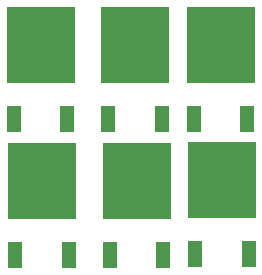
<source format=gbp>
G04*
G04 #@! TF.GenerationSoftware,Altium Limited,Altium Designer,21.7.1 (17)*
G04*
G04 Layer_Color=128*
%FSLAX44Y44*%
%MOMM*%
G71*
G04*
G04 #@! TF.SameCoordinates,2D618FE2-354D-44BD-A4EA-B8E689397128*
G04*
G04*
G04 #@! TF.FilePolarity,Positive*
G04*
G01*
G75*
%ADD52R,1.2000X2.2000*%
%ADD53R,5.8000X6.4000*%
D52*
X222190Y161540D02*
D03*
X176590D02*
D03*
X248980D02*
D03*
X294580D02*
D03*
X250250Y47240D02*
D03*
X295850D02*
D03*
X177860Y45970D02*
D03*
X223460D02*
D03*
X97850D02*
D03*
X143450D02*
D03*
X96580Y161540D02*
D03*
X142180D02*
D03*
D53*
X199390Y224540D02*
D03*
X271780D02*
D03*
X273050Y110240D02*
D03*
X200660Y108970D02*
D03*
X120650D02*
D03*
X119380Y224540D02*
D03*
M02*

</source>
